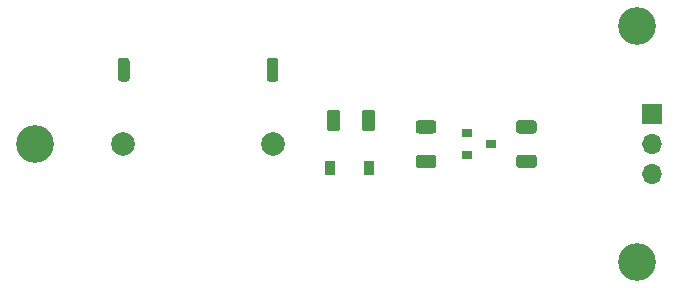
<source format=gbr>
G04 #@! TF.GenerationSoftware,KiCad,Pcbnew,5.1.10-88a1d61d58~90~ubuntu21.04.1*
G04 #@! TF.CreationDate,2021-08-24T10:00:05+02:00*
G04 #@! TF.ProjectId,Detector_SMD_Simple,44657465-6374-46f7-925f-534d445f5369,rev?*
G04 #@! TF.SameCoordinates,Original*
G04 #@! TF.FileFunction,Soldermask,Top*
G04 #@! TF.FilePolarity,Negative*
%FSLAX46Y46*%
G04 Gerber Fmt 4.6, Leading zero omitted, Abs format (unit mm)*
G04 Created by KiCad (PCBNEW 5.1.10-88a1d61d58~90~ubuntu21.04.1) date 2021-08-24 10:00:05*
%MOMM*%
%LPD*%
G01*
G04 APERTURE LIST*
%ADD10O,1.700000X1.700000*%
%ADD11R,1.700000X1.700000*%
%ADD12C,2.000000*%
%ADD13C,3.200000*%
%ADD14R,0.900000X0.800000*%
%ADD15R,0.900000X1.200000*%
G04 APERTURE END LIST*
G36*
G01*
X94974999Y-50900000D02*
X96225001Y-50900000D01*
G75*
G02*
X96475000Y-51149999I0J-249999D01*
G01*
X96475000Y-51775001D01*
G75*
G02*
X96225001Y-52025000I-249999J0D01*
G01*
X94974999Y-52025000D01*
G75*
G02*
X94725000Y-51775001I0J249999D01*
G01*
X94725000Y-51149999D01*
G75*
G02*
X94974999Y-50900000I249999J0D01*
G01*
G37*
G36*
G01*
X94974999Y-47975000D02*
X96225001Y-47975000D01*
G75*
G02*
X96475000Y-48224999I0J-249999D01*
G01*
X96475000Y-48850001D01*
G75*
G02*
X96225001Y-49100000I-249999J0D01*
G01*
X94974999Y-49100000D01*
G75*
G02*
X94725000Y-48850001I0J249999D01*
G01*
X94725000Y-48224999D01*
G75*
G02*
X94974999Y-47975000I249999J0D01*
G01*
G37*
G36*
G01*
X86474999Y-50900000D02*
X87725001Y-50900000D01*
G75*
G02*
X87975000Y-51149999I0J-249999D01*
G01*
X87975000Y-51775001D01*
G75*
G02*
X87725001Y-52025000I-249999J0D01*
G01*
X86474999Y-52025000D01*
G75*
G02*
X86225000Y-51775001I0J249999D01*
G01*
X86225000Y-51149999D01*
G75*
G02*
X86474999Y-50900000I249999J0D01*
G01*
G37*
G36*
G01*
X86474999Y-47975000D02*
X87725001Y-47975000D01*
G75*
G02*
X87975000Y-48224999I0J-249999D01*
G01*
X87975000Y-48850001D01*
G75*
G02*
X87725001Y-49100000I-249999J0D01*
G01*
X86474999Y-49100000D01*
G75*
G02*
X86225000Y-48850001I0J249999D01*
G01*
X86225000Y-48224999D01*
G75*
G02*
X86474999Y-47975000I249999J0D01*
G01*
G37*
G36*
G01*
X79850000Y-47349999D02*
X79850000Y-48650001D01*
G75*
G02*
X79600001Y-48900000I-249999J0D01*
G01*
X78949999Y-48900000D01*
G75*
G02*
X78700000Y-48650001I0J249999D01*
G01*
X78700000Y-47349999D01*
G75*
G02*
X78949999Y-47100000I249999J0D01*
G01*
X79600001Y-47100000D01*
G75*
G02*
X79850000Y-47349999I0J-249999D01*
G01*
G37*
G36*
G01*
X82800000Y-47349999D02*
X82800000Y-48650001D01*
G75*
G02*
X82550001Y-48900000I-249999J0D01*
G01*
X81899999Y-48900000D01*
G75*
G02*
X81650000Y-48650001I0J249999D01*
G01*
X81650000Y-47349999D01*
G75*
G02*
X81899999Y-47100000I249999J0D01*
G01*
X82550001Y-47100000D01*
G75*
G02*
X82800000Y-47349999I0J-249999D01*
G01*
G37*
G36*
G01*
X73600000Y-44450000D02*
X73600000Y-42950000D01*
G75*
G02*
X73850000Y-42700000I250000J0D01*
G01*
X74350000Y-42700000D01*
G75*
G02*
X74600000Y-42950000I0J-250000D01*
G01*
X74600000Y-44450000D01*
G75*
G02*
X74350000Y-44700000I-250000J0D01*
G01*
X73850000Y-44700000D01*
G75*
G02*
X73600000Y-44450000I0J250000D01*
G01*
G37*
G36*
G01*
X61000000Y-44450000D02*
X61000000Y-42950000D01*
G75*
G02*
X61250000Y-42700000I250000J0D01*
G01*
X61750000Y-42700000D01*
G75*
G02*
X62000000Y-42950000I0J-250000D01*
G01*
X62000000Y-44450000D01*
G75*
G02*
X61750000Y-44700000I-250000J0D01*
G01*
X61250000Y-44700000D01*
G75*
G02*
X61000000Y-44450000I0J250000D01*
G01*
G37*
D10*
X106250000Y-52540000D03*
X106250000Y-50000000D03*
D11*
X106250000Y-47460000D03*
D12*
X74150000Y-50000000D03*
X61450000Y-50000000D03*
D13*
X105000000Y-60000000D03*
X105000000Y-40000000D03*
X54000000Y-50000000D03*
D14*
X92600000Y-50000000D03*
X90600000Y-50950000D03*
X90600000Y-49050000D03*
D15*
X78950000Y-52000000D03*
X82250000Y-52000000D03*
M02*

</source>
